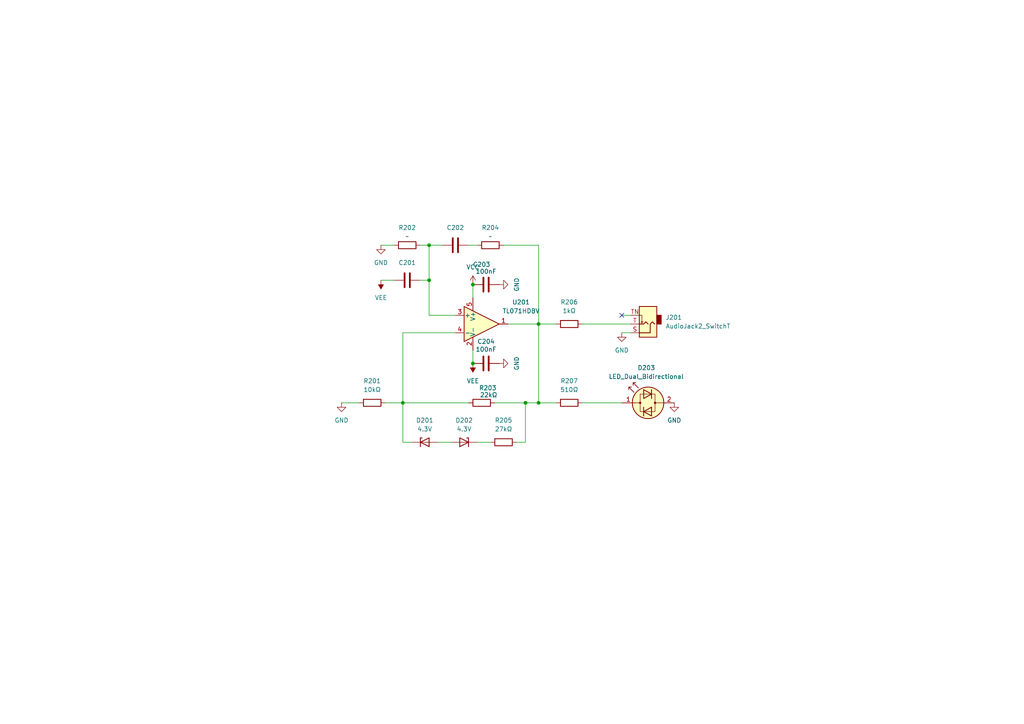
<source format=kicad_sch>
(kicad_sch (version 20231120) (generator "eeschema") (generator_version "8.0")
  (paper "A4")
  (lib_symbols
    (symbol "Amplifier_Operational:ADA4610-1xRJ" (pin_names (offset 0.127))
      (property "Reference" "U" (at -1.27 6.35 0))
      (property "Value" "ADA4610-1xRJ" (at -1.27 3.81 0))
      (symbol "ADA4610-1xRJ_0_1"
        (polyline (pts (xy -5.08 5.08) (xy 5.08 0) (xy -5.08 -5.08) (xy -5.08 5.08)) (stroke (width 0.254)) (fill (type background)))
        (pin power_in line (at -2.54 -7.62 90) (length 3.81) (name "V-") (number "2"))
        (pin power_in line (at -2.54 7.62 270) (length 3.81) (name "V+") (number "5"))
      )
      (symbol "ADA4610-1xRJ_1_1"
        (pin output line (at 7.62 0 180) (length 2.54) (name "~") (number "1"))
        (pin input line (at -7.62 2.54 0) (length 2.54) (name "+") (number "3"))
        (pin input line (at -7.62 -2.54 0) (length 2.54) (name "-") (number "4"))
      )
    )
    (symbol "Connector_Audio:AudioJack2_SwitchT"
      (property "Reference" "J" (at 0 8.89 0))
      (property "Value" "AudioJack2_SwitchT" (at 0 6.35 0))
      (symbol "AudioJack2_SwitchT_0_1"
        (rectangle (start -2.54 0) (end -3.81 -2.54) (stroke (width 0.254)) (fill (type outline)))
        (polyline (pts (xy 1.778 -0.254) (xy 2.032 -0.762)))
        (polyline (pts (xy 0 0) (xy 0.635 -0.635) (xy 1.27 0) (xy 2.54 0)) (stroke (width 0.254)))
        (polyline (pts (xy 2.54 -2.54) (xy 1.778 -2.54) (xy 1.778 -0.254) (xy 1.524 -0.762)))
        (polyline (pts (xy 2.54 2.54) (xy -0.635 2.54) (xy -0.635 0) (xy -1.27 -0.635) (xy -1.905 0)) (stroke (width 0.254)))
        (rectangle (start 2.54 3.81) (end -2.54 -5.08) (stroke (width 0.254)) (fill (type background)))
      )
      (symbol "AudioJack2_SwitchT_1_1"
        (pin passive line (at 5.08 2.54 180) (length 2.54) (name "~") (number "S"))
        (pin passive line (at 5.08 0 180) (length 2.54) (name "~") (number "T"))
        (pin passive line (at 5.08 -2.54 180) (length 2.54) (name "~") (number "TN"))
      )
    )
    (symbol "Device:C" (pin_numbers hide) (pin_names (offset 0.254))
      (property "Reference" "C" (at 0.635 2.54 0))
      (property "Value" "C" (at 0.635 -2.54 0))
      (symbol "C_0_1"
        (polyline (pts (xy -2.032 -0.762) (xy 2.032 -0.762)) (stroke (width 0.508)))
        (polyline (pts (xy -2.032 0.762) (xy 2.032 0.762)) (stroke (width 0.508)))
      )
      (symbol "C_1_1"
        (pin passive line (at 0 3.81 270) (length 2.794) (name "~") (number "1"))
        (pin passive line (at 0 -3.81 90) (length 2.794) (name "~") (number "2"))
      )
    )
    (symbol "Device:D_Zener" (pin_numbers hide) (pin_names (offset 1.016) hide)
      (property "Reference" "D" (at 0 2.54 0))
      (property "Value" "D_Zener" (at 0 -2.54 0))
      (symbol "D_Zener_0_1"
        (polyline (pts (xy 1.27 0) (xy -1.27 0)))
        (polyline (pts (xy -1.27 -1.27) (xy -1.27 1.27) (xy -0.762 1.27)) (stroke (width 0.254)))
        (polyline (pts (xy 1.27 -1.27) (xy 1.27 1.27) (xy -1.27 0) (xy 1.27 -1.27)) (stroke (width 0.254)))
      )
      (symbol "D_Zener_1_1"
        (pin passive line (at -3.81 0 0) (length 2.54) (name "K") (number "1"))
        (pin passive line (at 3.81 0 180) (length 2.54) (name "A") (number "2"))
      )
    )
    (symbol "Device:LED_Dual_Bidirectional" (pin_names (offset 0) hide)
      (property "Reference" "D" (at 0 5.715 0))
      (property "Value" "LED_Dual_Bidirectional" (at 0 -6.35 0))
      (symbol "LED_Dual_Bidirectional_0_1"
        (circle (center -2.032 0) (radius 0.254) (fill (type outline)))
        (polyline (pts (xy -4.572 0) (xy -2.54 0)))
        (polyline (pts (xy -2.032 0) (xy -2.54 0)))
        (polyline (pts (xy -1.016 3.81) (xy -1.016 1.27)) (stroke (width 0.254)))
        (polyline (pts (xy 1.27 -1.27) (xy 1.27 -3.81)) (stroke (width 0.254)))
        (polyline (pts (xy 4.064 0) (xy 2.286 0)) (fill (type outline)))
        (polyline (pts (xy 4.318 5.842) (xy 4.318 5.08)) (stroke (width 0.2032)))
        (polyline (pts (xy 5.588 4.572) (xy 5.588 3.81)) (stroke (width 0.2032)))
        (polyline (pts (xy 2.794 4.318) (xy 4.318 5.842) (xy 3.556 5.842)) (stroke (width 0.2032)))
        (polyline (pts (xy 4.064 3.048) (xy 5.588 4.572) (xy 4.826 4.572)) (stroke (width 0.2032)))
        (polyline (pts (xy -1.016 -1.27) (xy -1.016 -3.81) (xy 1.27 -2.54) (xy -1.016 -1.27)) (stroke (width 0.254)))
        (polyline (pts (xy 1.27 3.81) (xy 1.27 1.27) (xy -1.016 2.54) (xy 1.27 3.81)) (stroke (width 0.254)))
        (polyline (pts (xy 2.286 2.54) (xy -2.032 2.54) (xy -2.032 -2.54) (xy 2.286 -2.54) (xy 2.286 2.54)))
        (circle (center 0 0) (radius 4.572) (stroke (width 0.254)) (fill (type background)))
        (circle (center 2.286 0) (radius 0.254) (fill (type outline)))
      )
      (symbol "LED_Dual_Bidirectional_1_1"
        (pin input line (at 7.62 0 180) (length 3.81) (name "KA") (number "1"))
        (pin input line (at -7.62 0 0) (length 3.048) (name "AK") (number "2"))
      )
    )
    (symbol "Device:R" (pin_numbers hide) (pin_names (offset 0))
      (property "Reference" "R" (at 2.032 0 90))
      (property "Value" "R" (at 0 0 90))
      (symbol "R_0_1"
        (rectangle (start -1.016 -2.54) (end 1.016 2.54) (stroke (width 0.254)))
      )
      (symbol "R_1_1"
        (pin passive line (at 0 3.81 270) (length 1.27) (name "~") (number "1"))
        (pin passive line (at 0 -3.81 90) (length 1.27) (name "~") (number "2"))
      )
    )
    (symbol "power:GND" (power) (pin_numbers hide) (pin_names (offset 0) hide)
      (property "Value" "GND" (at 0 -3.81 0))
      (symbol "GND_0_1"
        (polyline (pts (xy 0 0) (xy 0 -1.27) (xy 1.27 -1.27) (xy 0 -2.54) (xy -1.27 -1.27) (xy 0 -1.27)))
      )
      (symbol "GND_1_1"
        (pin power_in line (at 0 0 270) (length 0) (name "~") (number "1"))
      )
    )
    (symbol "power:VCC" (power) (pin_numbers hide) (pin_names (offset 0) hide)
      (property "Value" "VCC" (at 0 3.556 0))
      (symbol "VCC_0_1"
        (polyline (pts (xy -0.762 1.27) (xy 0 2.54)))
        (polyline (pts (xy 0 0) (xy 0 2.54)))
        (polyline (pts (xy 0 2.54) (xy 0.762 1.27)))
      )
      (symbol "VCC_1_1"
        (pin power_in line (at 0 0 90) (length 0) (name "~") (number "1"))
      )
    )
    (symbol "power:VEE" (power) (pin_numbers hide) (pin_names (offset 0) hide)
      (property "Value" "VEE" (at 0 3.556 0))
      (symbol "VEE_0_1"
        (polyline (pts (xy 0 0) (xy 0 2.54)))
        (polyline (pts (xy 0.762 1.27) (xy -0.762 1.27) (xy 0 2.54) (xy 0.762 1.27)) (fill (type outline)))
      )
      (symbol "VEE_1_1"
        (pin power_in line (at 0 0 90) (length 0) (name "~") (number "1"))
      )
    )
  )
  (junction (at 124.46 81.28))
  (junction (at 116.84 116.84))
  (junction (at 137.16 105.41))
  (junction (at 137.16 82.55))
  (junction (at 156.21 93.98))
  (junction (at 156.21 116.84))
  (junction (at 124.46 71.12))
  (junction (at 152.4 116.84))
  (no_connect (at 180.34 91.44))
  (wire (pts (xy 116.84 128.27) (xy 116.84 116.84)))
  (wire (pts (xy 138.43 128.27) (xy 142.24 128.27)))
  (wire (pts (xy 119.38 128.27) (xy 116.84 128.27)))
  (wire (pts (xy 116.84 96.52) (xy 132.08 96.52)))
  (wire (pts (xy 124.46 81.28) (xy 124.46 91.44)))
  (wire (pts (xy 143.51 116.84) (xy 152.4 116.84)))
  (wire (pts (xy 168.91 93.98) (xy 182.88 93.98)))
  (wire (pts (xy 156.21 93.98) (xy 161.29 93.98)))
  (wire (pts (xy 135.89 71.12) (xy 138.43 71.12)))
  (wire (pts (xy 99.06 116.84) (xy 104.14 116.84)))
  (wire (pts (xy 152.4 116.84) (xy 156.21 116.84)))
  (wire (pts (xy 152.4 116.84) (xy 152.4 128.27)))
  (wire (pts (xy 110.49 71.12) (xy 114.3 71.12)))
  (wire (pts (xy 156.21 116.84) (xy 161.29 116.84)))
  (wire (pts (xy 116.84 116.84) (xy 116.84 96.52)))
  (wire (pts (xy 121.92 71.12) (xy 124.46 71.12)))
  (wire (pts (xy 180.34 96.52) (xy 182.88 96.52)))
  (wire (pts (xy 147.32 93.98) (xy 156.21 93.98)))
  (wire (pts (xy 111.76 116.84) (xy 116.84 116.84)))
  (wire (pts (xy 168.91 116.84) (xy 180.34 116.84)))
  (wire (pts (xy 110.49 81.28) (xy 114.3 81.28)))
  (wire (pts (xy 116.84 116.84) (xy 135.89 116.84)))
  (wire (pts (xy 156.21 93.98) (xy 156.21 116.84)))
  (wire (pts (xy 180.34 91.44) (xy 182.88 91.44)))
  (wire (pts (xy 124.46 71.12) (xy 124.46 81.28)))
  (wire (pts (xy 127 128.27) (xy 130.81 128.27)))
  (wire (pts (xy 128.27 71.12) (xy 124.46 71.12)))
  (wire (pts (xy 124.46 91.44) (xy 132.08 91.44)))
  (wire (pts (xy 121.92 81.28) (xy 124.46 81.28)))
  (wire (pts (xy 137.16 82.55) (xy 137.16 86.36)))
  (wire (pts (xy 156.21 71.12) (xy 156.21 93.98)))
  (wire (pts (xy 137.16 101.6) (xy 137.16 105.41)))
  (wire (pts (xy 149.86 128.27) (xy 152.4 128.27)))
  (wire (pts (xy 146.05 71.12) (xy 156.21 71.12)))
  (symbol (lib_id "power:GND") (at 99.06 116.84 0) (unit 1)
    (property "Reference" "#PWR0201" (effects (hide yes)))
    (property "Value" "GND" (at 99.06 121.92 0))
    (property "Description" "Power symbol creates a global label with name \"GND\" , ground" (effects (hide yes)))
    (instances (project "fixed_sin_bank" (path "" (reference "#PWR0201") (unit 1)) (path "" (reference "#PWR0301") (unit 1)) (path "" (reference "#PWR0601") (unit 1)) (path "" (reference "#PWR0701") (unit 1)) (path "" (reference "#PWR0401") (unit 1)) (path "" (reference "#PWR0501") (unit 1))))
  )
  (symbol (lib_id "Connector_Audio:AudioJack2_SwitchT") (at 187.96 93.98 180) (unit 1)
    (property "Reference" "J201" (at 193.04 92.0749 0) (effects (justify right)))
    (property "Value" "AudioJack2_SwitchT" (at 193.04 94.6149 0) (effects (justify right)))
    (property "Footprint" "Connector_Audio:Jack_3.5mm_QingPu_WQP-PJ398SM_Vertical_CircularHoles" (effects (hide yes)))
    (property "Description" "Audio Jack, 2 Poles (Mono / TS), Switched T Pole (Normalling)" (effects (hide yes)))
    (instances (project "fixed_sin_bank" (path "" (reference "J201") (unit 1)) (path "" (reference "J301") (unit 1)) (path "" (reference "J601") (unit 1)) (path "" (reference "J701") (unit 1)) (path "" (reference "J401") (unit 1)) (path "" (reference "J501") (unit 1))))
  )
  (symbol (lib_id "power:GND") (at 180.34 96.52 0) (unit 1)
    (property "Reference" "#PWR0208" (effects (hide yes)))
    (property "Value" "GND" (at 180.34 101.6 0))
    (property "Description" "Power symbol creates a global label with name \"GND\" , ground" (effects (hide yes)))
    (instances (project "fixed_sin_bank" (path "" (reference "#PWR0208") (unit 1)) (path "" (reference "#PWR0308") (unit 1)) (path "" (reference "#PWR0608") (unit 1)) (path "" (reference "#PWR0708") (unit 1)) (path "" (reference "#PWR0408") (unit 1)) (path "" (reference "#PWR0508") (unit 1))))
  )
  (symbol (lib_id "power:VEE") (at 137.16 105.41 180) (unit 1)
    (property "Reference" "#PWR0205" (effects (hide yes)))
    (property "Value" "VEE" (at 137.16 110.49 0))
    (property "Description" "Power symbol creates a global label with name \"VEE\"" (effects (hide yes)))
    (instances (project "fixed_sin_bank" (path "" (reference "#PWR0205") (unit 1)) (path "" (reference "#PWR0305") (unit 1)) (path "" (reference "#PWR0605") (unit 1)) (path "" (reference "#PWR0705") (unit 1)) (path "" (reference "#PWR0405") (unit 1)) (path "" (reference "#PWR0505") (unit 1))))
  )
  (symbol (lib_id "Device:R") (at 107.95 116.84 90) (unit 1)
    (property "Reference" "R201" (at 107.95 110.49 90))
    (property "Value" "10kΩ" (at 107.95 113.03 90))
    (property "Footprint" "Resistor_SMD:R_0603_1608Metric" (effects (hide yes)))
    (property "Description" "Resistor" (effects (hide yes)))
    (instances (project "fixed_sin_bank" (path "" (reference "R201") (unit 1)) (path "" (reference "R301") (unit 1)) (path "" (reference "R601") (unit 1)) (path "" (reference "R701") (unit 1)) (path "" (reference "R401") (unit 1)) (path "" (reference "R501") (unit 1))))
  )
  (symbol (lib_id "Device:R") (at 139.7 116.84 90) (unit 1)
    (property "Reference" "R203" (at 141.478 112.522 90))
    (property "Value" "22kΩ" (at 141.732 114.554 90))
    (property "Footprint" "Resistor_SMD:R_0603_1608Metric" (effects (hide yes)))
    (property "Description" "Resistor" (effects (hide yes)))
    (instances (project "fixed_sin_bank" (path "" (reference "R203") (unit 1)) (path "" (reference "R303") (unit 1)) (path "" (reference "R603") (unit 1)) (path "" (reference "R703") (unit 1)) (path "" (reference "R403") (unit 1)) (path "" (reference "R503") (unit 1))))
  )
  (symbol (lib_id "Device:R") (at 165.1 93.98 90) (unit 1)
    (property "Reference" "R206" (at 165.1 87.63 90))
    (property "Value" "1kΩ" (at 165.1 90.17 90))
    (property "Footprint" "Resistor_SMD:R_0603_1608Metric" (effects (hide yes)))
    (property "Description" "Resistor" (effects (hide yes)))
    (instances (project "fixed_sin_bank" (path "" (reference "R206") (unit 1)) (path "" (reference "R306") (unit 1)) (path "" (reference "R606") (unit 1)) (path "" (reference "R706") (unit 1)) (path "" (reference "R406") (unit 1)) (path "" (reference "R506") (unit 1))))
  )
  (symbol (lib_id "Device:R") (at 118.11 71.12 90) (unit 1)
    (property "Reference" "R202" (at 118.11 66.04 90))
    (property "Value" "~" (at 118.11 68.58 90))
    (property "Footprint" "Resistor_SMD:R_0603_1608Metric" (effects (hide yes)))
    (property "Description" "Resistor" (effects (hide yes)))
    (instances (project "fixed_sin_bank" (path "" (reference "R202") (unit 1)) (path "" (reference "R302") (unit 1)) (path "" (reference "R602") (unit 1)) (path "" (reference "R702") (unit 1)) (path "" (reference "R402") (unit 1)) (path "" (reference "R502") (unit 1))))
  )
  (symbol (lib_id "Device:C") (at 140.97 82.55 90) (unit 1)
    (property "Reference" "C203" (at 142.24 76.708 90) (effects (justify left)))
    (property "Value" "100nF" (at 144.018 78.74 90) (effects (justify left)))
    (property "Footprint" "Capacitor_SMD:C_0603_1608Metric" (effects (hide yes)))
    (property "Description" "Unpolarized capacitor" (effects (hide yes)))
    (instances (project "fixed_sin_bank" (path "" (reference "C203") (unit 1)) (path "" (reference "C303") (unit 1)) (path "" (reference "C603") (unit 1)) (path "" (reference "C703") (unit 1)) (path "" (reference "C403") (unit 1)) (path "" (reference "C503") (unit 1))))
  )
  (symbol (lib_id "power:VEE") (at 110.49 81.28 180) (unit 1)
    (property "Reference" "#PWR0203" (effects (hide yes)))
    (property "Value" "VEE" (at 110.49 86.36 0))
    (property "Description" "Power symbol creates a global label with name \"VEE\"" (effects (hide yes)))
    (instances (project "fixed_sin_bank" (path "" (reference "#PWR0203") (unit 1)) (path "" (reference "#PWR0303") (unit 1)) (path "" (reference "#PWR0603") (unit 1)) (path "" (reference "#PWR0703") (unit 1)) (path "" (reference "#PWR0403") (unit 1)) (path "" (reference "#PWR0503") (unit 1))))
  )
  (symbol (lib_id "Device:R") (at 165.1 116.84 90) (unit 1)
    (property "Reference" "R207" (at 165.1 110.49 90))
    (property "Value" "510Ω" (at 165.1 113.03 90))
    (property "Footprint" "Resistor_SMD:R_0603_1608Metric" (effects (hide yes)))
    (property "Description" "Resistor" (effects (hide yes)))
    (instances (project "fixed_sin_bank" (path "" (reference "R207") (unit 1)) (path "" (reference "R307") (unit 1)) (path "" (reference "R607") (unit 1)) (path "" (reference "R707") (unit 1)) (path "" (reference "R407") (unit 1)) (path "" (reference "R507") (unit 1))))
  )
  (symbol (lib_id "Device:C") (at 140.97 105.41 90) (unit 1)
    (property "Reference" "C204" (at 140.97 99.06 90))
    (property "Value" "100nF" (at 140.97 101.346 90))
    (property "Footprint" "Capacitor_SMD:C_0603_1608Metric" (effects (hide yes)))
    (property "Description" "Unpolarized capacitor" (effects (hide yes)))
    (instances (project "fixed_sin_bank" (path "" (reference "C204") (unit 1)) (path "" (reference "C304") (unit 1)) (path "" (reference "C604") (unit 1)) (path "" (reference "C704") (unit 1)) (path "" (reference "C404") (unit 1)) (path "" (reference "C504") (unit 1))))
  )
  (symbol (lib_id "Device:LED_Dual_Bidirectional") (at 187.96 116.84 0) (mirror y) (unit 1)
    (property "Reference" "D203" (at 187.4647 106.68 0))
    (property "Value" "LED_Dual_Bidirectional" (at 187.4647 109.22 0))
    (property "Footprint" "LED_THT:LED_D3.0mm" (effects (hide yes)))
    (property "Description" "Dual LED, bidirectional" (effects (hide yes)))
    (instances (project "fixed_sin_bank" (path "" (reference "D203") (unit 1)) (path "" (reference "D303") (unit 1)) (path "" (reference "D603") (unit 1)) (path "" (reference "D703") (unit 1)) (path "" (reference "D403") (unit 1)) (path "" (reference "D503") (unit 1))))
  )
  (symbol (lib_id "power:GND") (at 110.49 71.12 0) (unit 1)
    (property "Reference" "#PWR0202" (effects (hide yes)))
    (property "Value" "GND" (at 110.49 76.2 0))
    (property "Description" "Power symbol creates a global label with name \"GND\" , ground" (effects (hide yes)))
    (instances (project "fixed_sin_bank" (path "" (reference "#PWR0202") (unit 1)) (path "" (reference "#PWR0302") (unit 1)) (path "" (reference "#PWR0602") (unit 1)) (path "" (reference "#PWR0702") (unit 1)) (path "" (reference "#PWR0402") (unit 1)) (path "" (reference "#PWR0502") (unit 1))))
  )
  (symbol (lib_id "Device:C") (at 132.08 71.12 90) (unit 1)
    (property "Reference" "C202" (at 132.08 66.04 90))
    (property "Value" "C" (effects (hide yes)))
    (property "Footprint" "Capacitor_THT:C_Rect_L7.2mm_W4.5mm_P5.00mm_FKS2_FKP2_MKS2_MKP2" (effects (hide yes)))
    (property "Description" "Unpolarized capacitor" (effects (hide yes)))
    (instances (project "fixed_sin_bank" (path "" (reference "C202") (unit 1)) (path "" (reference "C302") (unit 1)) (path "" (reference "C602") (unit 1)) (path "" (reference "C702") (unit 1)) (path "" (reference "C402") (unit 1)) (path "" (reference "C502") (unit 1))))
  )
  (symbol (lib_id "power:VCC") (at 137.16 82.55 0) (unit 1)
    (property "Reference" "#PWR0204" (effects (hide yes)))
    (property "Value" "VCC" (at 137.16 77.47 0))
    (property "Description" "Power symbol creates a global label with name \"VCC\"" (effects (hide yes)))
    (instances (project "fixed_sin_bank" (path "" (reference "#PWR0204") (unit 1)) (path "" (reference "#PWR0304") (unit 1)) (path "" (reference "#PWR0604") (unit 1)) (path "" (reference "#PWR0704") (unit 1)) (path "" (reference "#PWR0404") (unit 1)) (path "" (reference "#PWR0504") (unit 1))))
  )
  (symbol (lib_id "Device:D_Zener") (at 134.62 128.27 0) (mirror y) (unit 1)
    (property "Reference" "D202" (at 134.62 121.92 0))
    (property "Value" "4.3V" (at 134.62 124.46 0))
    (property "Footprint" "Diode_SMD:D_SOD-323_HandSoldering" (effects (hide yes)))
    (property "Description" "Zener diode" (effects (hide yes)))
    (instances (project "fixed_sin_bank" (path "" (reference "D202") (unit 1)) (path "" (reference "D302") (unit 1)) (path "" (reference "D602") (unit 1)) (path "" (reference "D702") (unit 1)) (path "" (reference "D402") (unit 1)) (path "" (reference "D502") (unit 1))))
  )
  (symbol (lib_id "Amplifier_Operational:ADA4610-1xRJ") (at 139.7 93.98 0) (unit 1)
    (property "Reference" "U201" (at 151.13 87.6614 0))
    (property "Value" "TL071HDBV" (at 151.13 90.2014 0))
    (property "Footprint" "Package_TO_SOT_SMD:SOT-23-5" (effects (hide yes)))
    (property "Datasheet" "https://www.analog.com/media/en/technical-documentation/data-sheets/ADA4610-1_4610-2_4610-4.pdf" (effects (hide yes)))
    (property "Description" "Low Noise, Precision, Rail-to-Rail Output, JFET Single Op Amp, SOT-23-5" (effects (hide yes)))
    (instances (project "fixed_sin_bank" (path "" (reference "U201") (unit 1)) (path "" (reference "U301") (unit 1)) (path "" (reference "U601") (unit 1)) (path "" (reference "U701") (unit 1)) (path "" (reference "U401") (unit 1)) (path "" (reference "U501") (unit 1))))
  )
  (symbol (lib_id "Device:R") (at 142.24 71.12 90) (unit 1)
    (property "Reference" "R204" (at 142.24 66.04 90))
    (property "Value" "~" (at 142.24 68.58 90))
    (property "Footprint" "Resistor_SMD:R_0603_1608Metric" (effects (hide yes)))
    (property "Description" "Resistor" (effects (hide yes)))
    (instances (project "fixed_sin_bank" (path "" (reference "R204") (unit 1)) (path "" (reference "R304") (unit 1)) (path "" (reference "R604") (unit 1)) (path "" (reference "R704") (unit 1)) (path "" (reference "R404") (unit 1)) (path "" (reference "R504") (unit 1))))
  )
  (symbol (lib_id "Device:D_Zener") (at 123.19 128.27 0) (unit 1)
    (property "Reference" "D201" (at 123.19 121.92 0))
    (property "Value" "4.3V" (at 123.19 124.46 0))
    (property "Footprint" "Diode_SMD:D_SOD-323_HandSoldering" (effects (hide yes)))
    (property "Description" "Zener diode" (effects (hide yes)))
    (instances (project "fixed_sin_bank" (path "" (reference "D201") (unit 1)) (path "" (reference "D301") (unit 1)) (path "" (reference "D601") (unit 1)) (path "" (reference "D701") (unit 1)) (path "" (reference "D401") (unit 1)) (path "" (reference "D501") (unit 1))))
  )
  (symbol (lib_id "Device:C") (at 118.11 81.28 90) (unit 1)
    (property "Reference" "C201" (at 118.11 76.2 90))
    (property "Value" "C" (effects (hide yes)))
    (property "Footprint" "Capacitor_THT:C_Rect_L7.2mm_W4.5mm_P5.00mm_FKS2_FKP2_MKS2_MKP2" (effects (hide yes)))
    (property "Description" "Unpolarized capacitor" (effects (hide yes)))
    (instances (project "fixed_sin_bank" (path "" (reference "C201") (unit 1)) (path "" (reference "C301") (unit 1)) (path "" (reference "C601") (unit 1)) (path "" (reference "C701") (unit 1)) (path "" (reference "C401") (unit 1)) (path "" (reference "C501") (unit 1))))
  )
  (symbol (lib_id "Device:R") (at 146.05 128.27 90) (unit 1)
    (property "Reference" "R205" (at 146.05 121.92 90))
    (property "Value" "27kΩ" (at 146.05 124.46 90))
    (property "Footprint" "Resistor_SMD:R_0603_1608Metric" (effects (hide yes)))
    (property "Description" "Resistor" (effects (hide yes)))
    (instances (project "fixed_sin_bank" (path "" (reference "R205") (unit 1)) (path "" (reference "R305") (unit 1)) (path "" (reference "R605") (unit 1)) (path "" (reference "R705") (unit 1)) (path "" (reference "R405") (unit 1)) (path "" (reference "R505") (unit 1))))
  )
  (symbol (lib_id "power:GND") (at 195.58 116.84 0) (unit 1)
    (property "Reference" "#PWR0209" (effects (hide yes)))
    (property "Value" "GND" (at 195.58 121.92 0))
    (property "Description" "Power symbol creates a global label with name \"GND\" , ground" (effects (hide yes)))
    (instances (project "fixed_sin_bank" (path "" (reference "#PWR0209") (unit 1)) (path "" (reference "#PWR0309") (unit 1)) (path "" (reference "#PWR0609") (unit 1)) (path "" (reference "#PWR0709") (unit 1)) (path "" (reference "#PWR0409") (unit 1)) (path "" (reference "#PWR0509") (unit 1))))
  )
  (symbol (lib_id "power:GND") (at 144.78 82.55 90) (unit 1)
    (property "Reference" "#PWR0206" (effects (hide yes)))
    (property "Value" "GND" (at 149.86 82.55 0))
    (property "Description" "Power symbol creates a global label with name \"GND\" , ground" (effects (hide yes)))
    (instances (project "fixed_sin_bank" (path "" (reference "#PWR0206") (unit 1)) (path "" (reference "#PWR0306") (unit 1)) (path "" (reference "#PWR0606") (unit 1)) (path "" (reference "#PWR0706") (unit 1)) (path "" (reference "#PWR0406") (unit 1)) (path "" (reference "#PWR0506") (unit 1))))
  )
  (symbol (lib_id "power:GND") (at 144.78 105.41 90) (unit 1)
    (property "Reference" "#PWR0207" (effects (hide yes)))
    (property "Value" "GND" (at 149.86 105.41 0))
    (property "Description" "Power symbol creates a global label with name \"GND\" , ground" (effects (hide yes)))
    (instances (project "fixed_sin_bank" (path "" (reference "#PWR0207") (unit 1)) (path "" (reference "#PWR0307") (unit 1)) (path "" (reference "#PWR0607") (unit 1)) (path "" (reference "#PWR0707") (unit 1)) (path "" (reference "#PWR0407") (unit 1)) (path "" (reference "#PWR0507") (unit 1))))
  )
)
</source>
